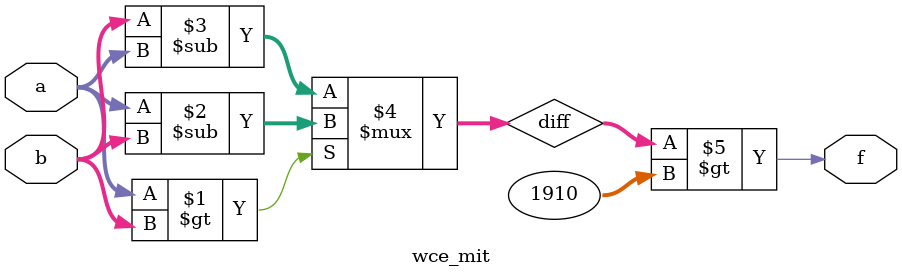
<source format=v>
module wce_mit(a, b, f);
parameter _bit = 18;
parameter wce = 1910;
input [_bit - 1: 0] a;
input [_bit - 1: 0] b;
output f;
wire [_bit - 1: 0] diff;
assign diff = (a > b)? (a - b): (b - a);
assign f = (diff > wce);
endmodule

</source>
